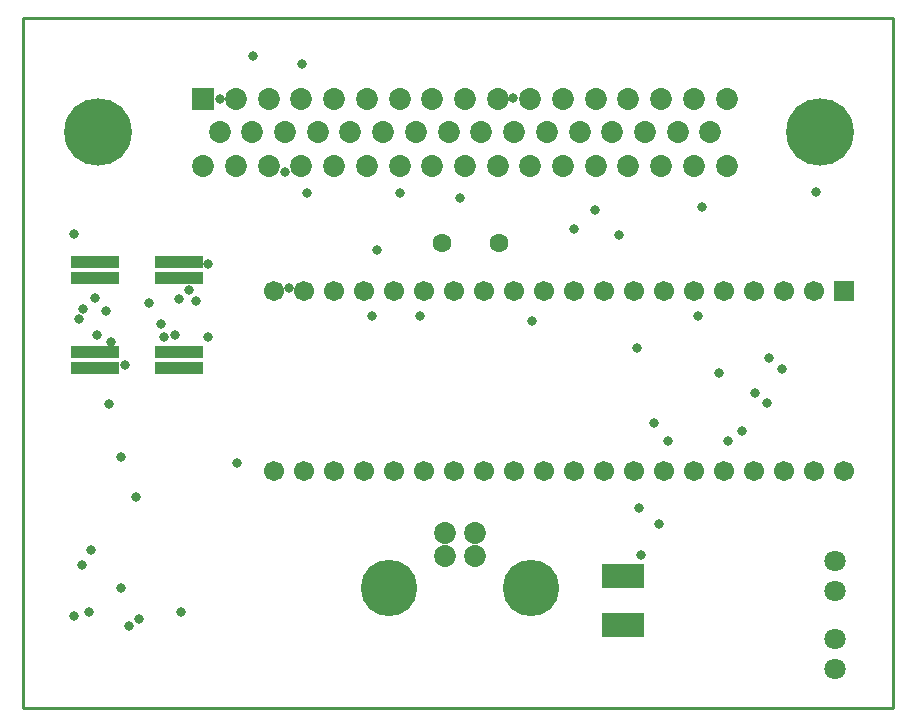
<source format=gts>
%FSLAX23Y23*%
%MOIN*%
G70*
G01*
G75*
%ADD10R,0.012X0.031*%
%ADD11R,0.134X0.071*%
%ADD12C,0.008*%
%ADD13C,0.008*%
%ADD14C,0.012*%
%ADD15C,0.010*%
%ADD16C,0.063*%
%ADD17C,0.055*%
%ADD18C,0.180*%
%ADD19C,0.065*%
%ADD20R,0.059X0.059*%
%ADD21C,0.059*%
%ADD22R,0.065X0.065*%
%ADD23C,0.217*%
%ADD24C,0.025*%
%ADD25R,0.024X0.087*%
%ADD26R,0.035X0.028*%
%ADD27R,0.065X0.012*%
%ADD28R,0.028X0.035*%
%ADD29C,0.008*%
%ADD30C,0.007*%
%ADD31C,0.009*%
%ADD32R,0.008X0.020*%
%ADD33R,0.008X0.020*%
%ADD34C,0.010*%
%ADD35R,0.020X0.039*%
%ADD36R,0.142X0.079*%
%ADD37C,0.071*%
%ADD38C,0.063*%
%ADD39C,0.188*%
%ADD40C,0.073*%
%ADD41R,0.067X0.067*%
%ADD42C,0.067*%
%ADD43R,0.073X0.073*%
%ADD44C,0.225*%
%ADD45C,0.033*%
D15*
Y2300D02*
X2900D01*
Y0D02*
Y2300D01*
X0Y0D02*
X2900D01*
X0D02*
Y2300D01*
D35*
X588Y1134D02*
D03*
Y1186D02*
D03*
X568Y1134D02*
D03*
Y1186D02*
D03*
X548Y1134D02*
D03*
Y1186D02*
D03*
X529Y1134D02*
D03*
Y1186D02*
D03*
X509Y1134D02*
D03*
Y1186D02*
D03*
X489Y1134D02*
D03*
Y1186D02*
D03*
X470Y1134D02*
D03*
Y1186D02*
D03*
X450Y1134D02*
D03*
Y1186D02*
D03*
Y1486D02*
D03*
Y1434D02*
D03*
X470Y1486D02*
D03*
Y1434D02*
D03*
X489Y1486D02*
D03*
Y1434D02*
D03*
X509Y1486D02*
D03*
Y1434D02*
D03*
X529Y1486D02*
D03*
Y1434D02*
D03*
X548Y1486D02*
D03*
Y1434D02*
D03*
X568Y1486D02*
D03*
Y1434D02*
D03*
X588Y1486D02*
D03*
Y1434D02*
D03*
X170Y1186D02*
D03*
Y1134D02*
D03*
X190Y1186D02*
D03*
Y1134D02*
D03*
X209Y1186D02*
D03*
Y1134D02*
D03*
X229Y1186D02*
D03*
Y1134D02*
D03*
X249Y1186D02*
D03*
Y1134D02*
D03*
X268Y1186D02*
D03*
Y1134D02*
D03*
X288Y1186D02*
D03*
Y1134D02*
D03*
X308Y1186D02*
D03*
Y1134D02*
D03*
Y1434D02*
D03*
Y1486D02*
D03*
X288Y1434D02*
D03*
Y1486D02*
D03*
X268Y1434D02*
D03*
Y1486D02*
D03*
X249Y1434D02*
D03*
Y1486D02*
D03*
X229Y1434D02*
D03*
Y1486D02*
D03*
X209Y1434D02*
D03*
Y1486D02*
D03*
X190Y1434D02*
D03*
Y1486D02*
D03*
X170Y1434D02*
D03*
Y1486D02*
D03*
D36*
X2000Y278D02*
D03*
Y442D02*
D03*
D37*
X2707Y132D02*
D03*
Y232D02*
D03*
Y390D02*
D03*
Y490D02*
D03*
D38*
X1394Y1550D02*
D03*
X1586D02*
D03*
D39*
X1218Y400D02*
D03*
X1692D02*
D03*
D40*
X1406Y507D02*
D03*
Y585D02*
D03*
X1504D02*
D03*
X1504Y507D02*
D03*
X709Y2032D02*
D03*
X2344Y1808D02*
D03*
X2235D02*
D03*
X818Y2032D02*
D03*
X927D02*
D03*
X2126Y1808D02*
D03*
X2017D02*
D03*
X1036Y2032D02*
D03*
X1145D02*
D03*
X1908Y1808D02*
D03*
X1799D02*
D03*
X1254Y2032D02*
D03*
X1363D02*
D03*
X1690Y1808D02*
D03*
X1581D02*
D03*
X1472Y2032D02*
D03*
X1581D02*
D03*
X1472Y1808D02*
D03*
X1363D02*
D03*
X1690Y2032D02*
D03*
X1799D02*
D03*
X1254Y1808D02*
D03*
X1145D02*
D03*
X1908Y2032D02*
D03*
X2017D02*
D03*
X1036Y1808D02*
D03*
X927D02*
D03*
X2126Y2032D02*
D03*
X2235D02*
D03*
X818Y1808D02*
D03*
X709D02*
D03*
X2344Y2032D02*
D03*
X655Y1920D02*
D03*
X600Y1808D02*
D03*
X2289Y1920D02*
D03*
X763D02*
D03*
X873D02*
D03*
X2181D02*
D03*
X2072D02*
D03*
X982D02*
D03*
X1090D02*
D03*
X1962D02*
D03*
X1854D02*
D03*
X1199D02*
D03*
X1309D02*
D03*
X1745D02*
D03*
X1635D02*
D03*
X1418D02*
D03*
X1526D02*
D03*
D41*
X2735Y1391D02*
D03*
D42*
X2635D02*
D03*
X2535D02*
D03*
X2435D02*
D03*
X2335D02*
D03*
X2235D02*
D03*
X2135D02*
D03*
X2035D02*
D03*
X1935D02*
D03*
X1835D02*
D03*
X1735D02*
D03*
X1635D02*
D03*
X1535D02*
D03*
X1435D02*
D03*
X1335D02*
D03*
X1235D02*
D03*
X1135D02*
D03*
X1035D02*
D03*
X935D02*
D03*
X835D02*
D03*
X2735Y791D02*
D03*
X2635D02*
D03*
X2535D02*
D03*
X2435D02*
D03*
X2335D02*
D03*
X2235D02*
D03*
X2135D02*
D03*
X2035D02*
D03*
X1935D02*
D03*
X1835D02*
D03*
X1735D02*
D03*
X1635D02*
D03*
X1535D02*
D03*
X1435D02*
D03*
X1335D02*
D03*
X1235D02*
D03*
X1135D02*
D03*
X1035D02*
D03*
X935D02*
D03*
X835D02*
D03*
D43*
X600Y2032D02*
D03*
D44*
X249Y1920D02*
D03*
X2655D02*
D03*
D45*
X195Y476D02*
D03*
X2350Y890D02*
D03*
X2103Y949D02*
D03*
X2396Y923D02*
D03*
X1834Y1597D02*
D03*
X2440Y1052D02*
D03*
X2484Y1167D02*
D03*
X1695Y1290D02*
D03*
X2530Y1130D02*
D03*
X2119Y615D02*
D03*
X339Y1145D02*
D03*
X198Y1329D02*
D03*
X385Y296D02*
D03*
X168Y306D02*
D03*
X184Y1297D02*
D03*
X353Y273D02*
D03*
X574Y1357D02*
D03*
X551Y1393D02*
D03*
X520Y1363D02*
D03*
X505Y1245D02*
D03*
X470Y1237D02*
D03*
X1162Y1307D02*
D03*
X2046Y1200D02*
D03*
X376Y704D02*
D03*
X711Y817D02*
D03*
X1632Y2035D02*
D03*
X655Y2032D02*
D03*
X885Y1401D02*
D03*
X1322Y1308D02*
D03*
X1904Y1660D02*
D03*
X1178Y1527D02*
D03*
X2051Y668D02*
D03*
X325Y837D02*
D03*
X1984Y1578D02*
D03*
X2318Y1116D02*
D03*
X170Y1581D02*
D03*
X766Y2173D02*
D03*
X929Y2148D02*
D03*
X1254Y1716D02*
D03*
X945D02*
D03*
X873Y1788D02*
D03*
X2641Y1721D02*
D03*
X616Y1238D02*
D03*
X525Y320D02*
D03*
X218D02*
D03*
X238Y1367D02*
D03*
X291Y1220D02*
D03*
X2479Y1016D02*
D03*
X617Y1480D02*
D03*
X1456Y1700D02*
D03*
X459Y1280D02*
D03*
X418Y1352D02*
D03*
X226Y528D02*
D03*
X286Y1015D02*
D03*
X2150Y890D02*
D03*
X2249Y1307D02*
D03*
X2058Y511D02*
D03*
X325Y400D02*
D03*
X275Y1323D02*
D03*
X246Y1244D02*
D03*
X2262Y1672D02*
D03*
M02*

</source>
